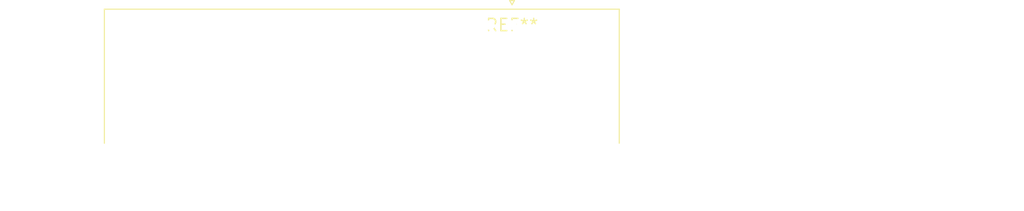
<source format=kicad_pcb>
(kicad_pcb (version 20240108) (generator pcbnew)
  (layers (0 "F.Cu" signal) (31 "B.Cu" signal) (34 "B.Paste" user) (35 "F.Paste" user) (36 "B.SilkS" user "B.Silkscreen") (37 "F.SilkS" user "F.Silkscreen") (38 "B.Mask" user) (39 "F.Mask" user) (44 "Edge.Cuts" user))
  (net 0 "")
  (footprint "DSUB-44-HD_Female_Horizontal_P2.29x1.98mm_EdgePinOffset8.35mm_Housed_MountingHolesOffset10.89mm" (layer "F.Cu") (at 0 0)
    (property "Reference" "REF**")
    (property "Value" "DSUB-44-HD_Female_Horizontal_P2.29x1.98mm_EdgePinOffset8.35mm_Housed_MountingHolesOffset10.89mm")
    (fp_line (start -42.135 -1.64) (end 11.085 -1.64) (layer "F.SilkS") (stroke (width 0.12)))
    (fp_line (start -42.135 12.25) (end -42.135 -1.64) (layer "F.SilkS") (stroke (width 0.12)))
    (fp_line (start -0.25 -2.534338) (end 0.25 -2.534338) (layer "F.SilkS") (stroke (width 0.12)))
    (fp_line (start 0 -2.101325) (end -0.25 -2.534338) (layer "F.SilkS") (stroke (width 0.12)))
    (fp_line (start 0.25 -2.534338) (end 0 -2.101325) (layer "F.SilkS") (stroke (width 0.12)))
    (fp_line (start 11.085 -1.64) (end 11.085 12.25) (layer "F.SilkS") (stroke (width 0.12)))
    (pad "0" thru_hole circle (at -39.075 1.42) (size 4 4) (drill 3.2) (layers *.Cu *.Mask) (remove_unused_layers))
    (pad "0" thru_hole circle (at 8.025 1.42) (size 4 4) (drill 3.2) (layers *.Cu *.Mask) (remove_unused_layers))
    (pad "1" thru_hole rect (at 0 0) (size 1.6 1.6) (drill 1) (layers *.Cu *.Mask) (remove_unused_layers))
    (pad "2" thru_hole circle (at -2.29 0) (size 1.6 1.6) (drill 1) (layers *.Cu *.Mask) (remove_unused_layers))
    (pad "3" thru_hole circle (at -4.58 0) (size 1.6 1.6) (drill 1) (layers *.Cu *.Mask) (remove_unused_layers))
    (pad "4" thru_hole circle (at -6.87 0) (size 1.6 1.6) (drill 1) (layers *.Cu *.Mask) (remove_unused_layers))
    (pad "5" thru_hole circle (at -9.16 0) (size 1.6 1.6) (drill 1) (layers *.Cu *.Mask) (remove_unused_layers))
    (pad "6" thru_hole circle (at -11.45 0) (size 1.6 1.6) (drill 1) (layers *.Cu *.Mask) (remove_unused_layers))
    (pad "7" thru_hole circle (at -13.74 0) (size 1.6 1.6) (drill 1) (layers *.Cu *.Mask) (remove_unused_layers))
    (pad "8" thru_hole circle (at -16.03 0) (size 1.6 1.6) (drill 1) (layers *.Cu *.Mask) (remove_unused_layers))
    (pad "9" thru_hole circle (at -18.32 0) (size 1.6 1.6) (drill 1) (layers *.Cu *.Mask) (remove_unused_layers))
    (pad "10" thru_hole circle (at -20.61 0) (size 1.6 1.6) (drill 1) (layers *.Cu *.Mask) (remove_unused_layers))
    (pad "11" thru_hole circle (at -22.9 0) (size 1.6 1.6) (drill 1) (layers *.Cu *.Mask) (remove_unused_layers))
    (pad "12" thru_hole circle (at -25.19 0) (size 1.6 1.6) (drill 1) (layers *.Cu *.Mask) (remove_unused_layers))
    (pad "13" thru_hole circle (at -27.48 0) (size 1.6 1.6) (drill 1) (layers *.Cu *.Mask) (remove_unused_layers))
    (pad "14" thru_hole circle (at -29.77 0) (size 1.6 1.6) (drill 1) (layers *.Cu *.Mask) (remove_unused_layers))
    (pad "15" thru_hole circle (at -32.06 0) (size 1.6 1.6) (drill 1) (layers *.Cu *.Mask) (remove_unused_layers))
    (pad "16" thru_hole circle (at 1.145 1.98) (size 1.6 1.6) (drill 1) (layers *.Cu *.Mask) (remove_unused_layers))
    (pad "17" thru_hole circle (at -1.145 1.98) (size 1.6 1.6) (drill 1) (layers *.Cu *.Mask) (remove_unused_layers))
    (pad "18" thru_hole circle (at -3.435 1.98) (size 1.6 1.6) (drill 1) (layers *.Cu *.Mask) (remove_unused_layers))
    (pad "19" thru_hole circle (at -5.725 1.98) (size 1.6 1.6) (drill 1) (layers *.Cu *.Mask) (remove_unused_layers))
    (pad "20" thru_hole circle (at -8.015 1.98) (size 1.6 1.6) (drill 1) (layers *.Cu *.Mask) (remove_unused_layers))
    (pad "21" thru_hole circle (at -10.305 1.98) (size 1.6 1.6) (drill 1) (layers *.Cu *.Mask) (remove_unused_layers))
    (pad "22" thru_hole circle (at -12.595 1.98) (size 1.6 1.6) (drill 1) (layers *.Cu *.Mask) (remove_unused_layers))
    (pad "23" thru_hole circle (at -14.885 1.98) (size 1.6 1.6) (drill 1) (layers *.Cu *.Mask) (remove_unused_layers))
    (pad "24" thru_hole circle (at -17.175 1.98) (size 1.6 1.6) (drill 1) (layers *.Cu *.Mask) (remove_unused_layers))
    (pad "25" thru_hole circle (at -19.465 1.98) (size 1.6 1.6) (drill 1) (layers *.Cu *.Mask) (remove_unused_layers))
    (pad "26" thru_hole circle (at -21.755 1.98) (size 1.6 1.6) (drill 1) (layers *.Cu *.Mask) (remove_unused_layers))
    (pad "27" thru_hole circle (at -24.045 1.98) (size 1.6 1.6) (drill 1) (layers *.Cu *.Mask) (remove_unused_layers))
    (pad "28" thru_hole circle (at -26.335 1.98) (size 1.6 1.6) (drill 1) (layers *.Cu *.Mask) (remove_unused_layers))
    (pad "29" thru_hole circle (at -28.625 1.98) (size 1.6 1.6) (drill 1) (layers *.Cu *.Mask) (remove_unused_layers))
    (pad "30" thru_hole circle (at -30.915 1.98) (size 1.6 1.6) (drill 1) (layers *.Cu *.Mask) (remove_unused_layers))
    (pad "31" thru_hole circle (at 0 3.96) (size 1.6 1.6) (drill 1) (layers *.Cu *.Mask) (remove_unused_layers))
    (pad "32" thru_hole circle (at -2.29 3.96) (size 1.6 1.6) (drill 1) (layers *.Cu *.Mask) (remove_unused_layers))
    (pad "33" thru_hole circle (at -4.58 3.96) (size 1.6 1.6) (drill 1) (layers *.Cu *.Mask) (remove_unused_layers))
    (pad "34" thru_hole circle (at -6.87 3.96) (size 1.6 1.6) (drill 1) (layers *.Cu *.Mask) (remove_unused_layers))
    (pad "35" thru_hole circle (at -9.16 3.96) (size 1.6 1.6) (drill 1) (layers *.Cu *.Mask) (remove_unused_layers))
    (pad "36" thru_hole circle (at -11.45 3.96) (size 1.6 1.6) (drill 1) (layers *.Cu *.Mask) (remove_unused_layers))
    (pad "37" thru_hole circle (at -13.74 3.96) (size 1.6 1.6) (drill 1) (layers *.Cu *.Mask) (remove_unused_layers))
    (pad "38" thru_hole circle (at -16.03 3.96) (size 1.6 1.6) (drill 1) (layers *.Cu *.Mask) (remove_unused_layers))
    (pad "39" thru_hole circle (at -18.32 3.96) (size 1.6 1.6) (drill 1) (layers *.Cu *.Mask) (remove_unused_layers))
    (pad "40" thru_hole circle (at -20.61 3.96) (size 1.6 1.6) (drill 1) (layers *.Cu *.Mask) (remove_unused_layers))
    (pad "41" thru_hole circle (at -22.9 3.96) (size 1.6 1.6) (drill 1) (layers *.Cu *.Mask) (remove_unused_layers))
    (pad "42" thru_hole circle (at -25.19 3.96) (size 1.6 1.6) (drill 1) (layers *.Cu *.Mask) (remove_unused_layers))
    (pad "43" thru_hole circle (at -27.48 3.96) (size 1.6 1.6) (drill 1) (layers *.Cu *.Mask) (remove_unused_layers))
    (pad "44" thru_hole circle (at -29.77 3.96) (size 1.6 1.6) (drill 1) (layers *.Cu *.Mask) (remove_unused_layers))
  )
)
</source>
